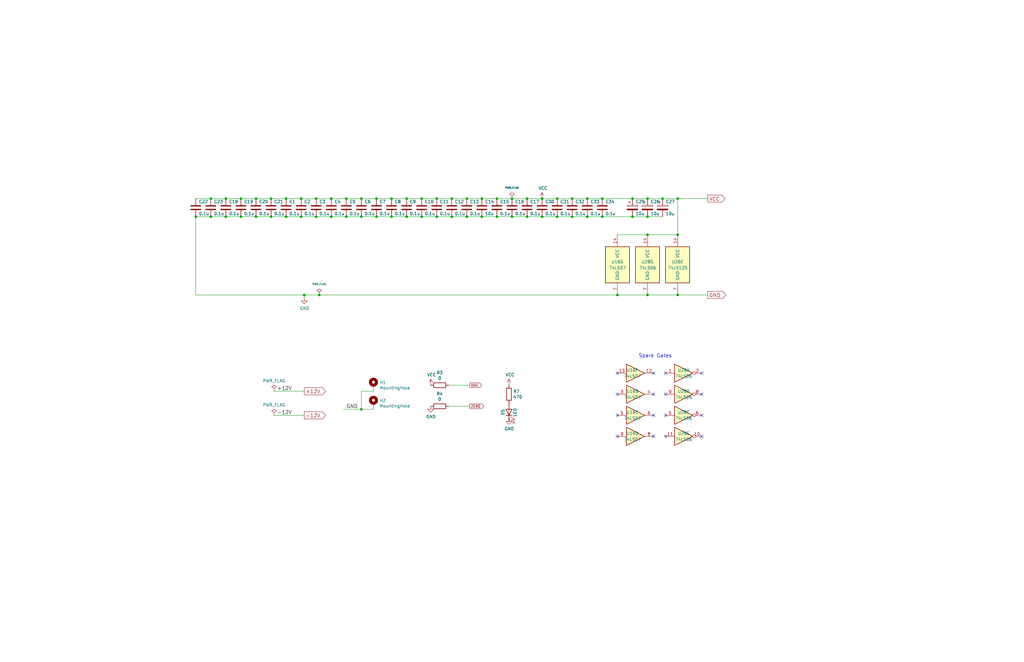
<source format=kicad_sch>
(kicad_sch (version 20211123) (generator eeschema)
  (paper "B")
  (lib_symbols
    (symbol "74xx:74LS06" (pin_names (offset 1.016))
      (property "Reference" "U" (at 0 1.27 0))
      (property "Value" "74LS06" (at 0 -1.27 0))
      (symbol "74LS06_1_0"
        (polyline (pts (xy -3.81 3.81) (xy -3.81 -3.81) (xy 3.81 0) (xy -3.81 3.81)) (stroke (width 0.254)) (fill (type background)))
        (pin input line (at -7.62 0 0) (length 3.81) (name "~") (number "1"))
        (pin open_collector inverted (at 7.62 0 180) (length 3.81) (name "~") (number "2"))
      )
      (symbol "74LS06_2_0"
        (polyline (pts (xy -3.81 3.81) (xy -3.81 -3.81) (xy 3.81 0) (xy -3.81 3.81)) (stroke (width 0.254)) (fill (type background)))
        (pin input line (at -7.62 0 0) (length 3.81) (name "~") (number "3"))
        (pin open_collector inverted (at 7.62 0 180) (length 3.81) (name "~") (number "4"))
      )
      (symbol "74LS06_3_0"
        (polyline (pts (xy -3.81 3.81) (xy -3.81 -3.81) (xy 3.81 0) (xy -3.81 3.81)) (stroke (width 0.254)) (fill (type background)))
        (pin input line (at -7.62 0 0) (length 3.81) (name "~") (number "5"))
        (pin open_collector inverted (at 7.62 0 180) (length 3.81) (name "~") (number "6"))
      )
      (symbol "74LS06_4_0"
        (polyline (pts (xy -3.81 3.81) (xy -3.81 -3.81) (xy 3.81 0) (xy -3.81 3.81)) (stroke (width 0.254)) (fill (type background)))
        (pin open_collector inverted (at 7.62 0 180) (length 3.81) (name "~") (number "8"))
        (pin input line (at -7.62 0 0) (length 3.81) (name "~") (number "9"))
      )
      (symbol "74LS06_5_0"
        (polyline (pts (xy -3.81 3.81) (xy -3.81 -3.81) (xy 3.81 0) (xy -3.81 3.81)) (stroke (width 0.254)) (fill (type background)))
        (pin open_collector inverted (at 7.62 0 180) (length 3.81) (name "~") (number "10"))
        (pin input line (at -7.62 0 0) (length 3.81) (name "~") (number "11"))
      )
      (symbol "74LS06_6_0"
        (polyline (pts (xy -3.81 3.81) (xy -3.81 -3.81) (xy 3.81 0) (xy -3.81 3.81)) (stroke (width 0.254)) (fill (type background)))
        (pin open_collector inverted (at 7.62 0 180) (length 3.81) (name "~") (number "12"))
        (pin input line (at -7.62 0 0) (length 3.81) (name "~") (number "13"))
      )
      (symbol "74LS06_7_0"
        (pin power_in line (at 0 12.7 270) (length 5.08) (name "VCC") (number "14"))
        (pin power_in line (at 0 -12.7 90) (length 5.08) (name "GND") (number "7"))
      )
      (symbol "74LS06_7_1"
        (rectangle (start -5.08 7.62) (end 5.08 -7.62) (stroke (width 0.254)) (fill (type background)))
      )
    )
    (symbol "74xx:74LS07" (pin_names (offset 1.016))
      (property "Reference" "U" (at 0 1.27 0))
      (property "Value" "74LS07" (at 0 -1.27 0))
      (symbol "74LS07_1_0"
        (polyline (pts (xy -3.81 3.81) (xy -3.81 -3.81) (xy 3.81 0) (xy -3.81 3.81)) (stroke (width 0.254)) (fill (type background)))
        (pin input line (at -7.62 0 0) (length 3.81) (name "~") (number "1"))
        (pin open_collector line (at 7.62 0 180) (length 3.81) (name "~") (number "2"))
      )
      (symbol "74LS07_2_0"
        (polyline (pts (xy -3.81 3.81) (xy -3.81 -3.81) (xy 3.81 0) (xy -3.81 3.81)) (stroke (width 0.254)) (fill (type background)))
        (pin input line (at -7.62 0 0) (length 3.81) (name "~") (number "3"))
        (pin open_collector line (at 7.62 0 180) (length 3.81) (name "~") (number "4"))
      )
      (symbol "74LS07_3_0"
        (polyline (pts (xy -3.81 3.81) (xy -3.81 -3.81) (xy 3.81 0) (xy -3.81 3.81)) (stroke (width 0.254)) (fill (type background)))
        (pin input line (at -7.62 0 0) (length 3.81) (name "~") (number "5"))
        (pin open_collector line (at 7.62 0 180) (length 3.81) (name "~") (number "6"))
      )
      (symbol "74LS07_4_0"
        (polyline (pts (xy -3.81 3.81) (xy -3.81 -3.81) (xy 3.81 0) (xy -3.81 3.81)) (stroke (width 0.254)) (fill (type background)))
        (pin open_collector line (at 7.62 0 180) (length 3.81) (name "~") (number "8"))
        (pin input line (at -7.62 0 0) (length 3.81) (name "~") (number "9"))
      )
      (symbol "74LS07_5_0"
        (polyline (pts (xy -3.81 3.81) (xy -3.81 -3.81) (xy 3.81 0) (xy -3.81 3.81)) (stroke (width 0.254)) (fill (type background)))
        (pin open_collector line (at 7.62 0 180) (length 3.81) (name "~") (number "10"))
        (pin input line (at -7.62 0 0) (length 3.81) (name "~") (number "11"))
      )
      (symbol "74LS07_6_0"
        (polyline (pts (xy -3.81 3.81) (xy -3.81 -3.81) (xy 3.81 0) (xy -3.81 3.81)) (stroke (width 0.254)) (fill (type background)))
        (pin open_collector line (at 7.62 0 180) (length 3.81) (name "~") (number "12"))
        (pin input line (at -7.62 0 0) (length 3.81) (name "~") (number "13"))
      )
      (symbol "74LS07_7_0"
        (pin power_in line (at 0 12.7 270) (length 5.08) (name "VCC") (number "14"))
        (pin power_in line (at 0 -12.7 90) (length 5.08) (name "GND") (number "7"))
      )
      (symbol "74LS07_7_1"
        (rectangle (start -5.08 7.62) (end 5.08 -7.62) (stroke (width 0.254)) (fill (type background)))
      )
    )
    (symbol "74xx:74LS125" (pin_names (offset 1.016))
      (property "Reference" "U" (at 0 1.27 0))
      (property "Value" "74LS125" (at 0 -1.27 0))
      (symbol "74LS125_1_0"
        (polyline (pts (xy -3.81 3.81) (xy -3.81 -3.81) (xy 3.81 0) (xy -3.81 3.81)) (stroke (width 0.254)) (fill (type background)))
        (pin input inverted (at 0 -6.35 90) (length 4.445) (name "~") (number "1"))
        (pin input line (at -7.62 0 0) (length 3.81) (name "~") (number "2"))
        (pin tri_state line (at 7.62 0 180) (length 3.81) (name "~") (number "3"))
      )
      (symbol "74LS125_2_0"
        (polyline (pts (xy -3.81 3.81) (xy -3.81 -3.81) (xy 3.81 0) (xy -3.81 3.81)) (stroke (width 0.254)) (fill (type background)))
        (pin input inverted (at 0 -6.35 90) (length 4.445) (name "~") (number "4"))
        (pin input line (at -7.62 0 0) (length 3.81) (name "~") (number "5"))
        (pin tri_state line (at 7.62 0 180) (length 3.81) (name "~") (number "6"))
      )
      (symbol "74LS125_3_0"
        (polyline (pts (xy -3.81 3.81) (xy -3.81 -3.81) (xy 3.81 0) (xy -3.81 3.81)) (stroke (width 0.254)) (fill (type background)))
        (pin input inverted (at 0 -6.35 90) (length 4.445) (name "~") (number "10"))
        (pin tri_state line (at 7.62 0 180) (length 3.81) (name "~") (number "8"))
        (pin input line (at -7.62 0 0) (length 3.81) (name "~") (number "9"))
      )
      (symbol "74LS125_4_0"
        (polyline (pts (xy -3.81 3.81) (xy -3.81 -3.81) (xy 3.81 0) (xy -3.81 3.81)) (stroke (width 0.254)) (fill (type background)))
        (pin tri_state line (at 7.62 0 180) (length 3.81) (name "~") (number "11"))
        (pin input line (at -7.62 0 0) (length 3.81) (name "~") (number "12"))
        (pin input inverted (at 0 -6.35 90) (length 4.445) (name "~") (number "13"))
      )
      (symbol "74LS125_5_0"
        (pin power_in line (at 0 12.7 270) (length 5.08) (name "VCC") (number "14"))
        (pin power_in line (at 0 -12.7 90) (length 5.08) (name "GND") (number "7"))
      )
      (symbol "74LS125_5_1"
        (rectangle (start -5.08 7.62) (end 5.08 -7.62) (stroke (width 0.254)) (fill (type background)))
      )
    )
    (symbol "Device:C" (pin_numbers hide) (pin_names (offset 0.254))
      (property "Reference" "C" (at 0.635 2.54 0))
      (property "Value" "C" (at 0.635 -2.54 0))
      (symbol "C_0_1"
        (polyline (pts (xy -2.032 -0.762) (xy 2.032 -0.762)) (stroke (width 0.508)))
        (polyline (pts (xy -2.032 0.762) (xy 2.032 0.762)) (stroke (width 0.508)))
      )
      (symbol "C_1_1"
        (pin passive line (at 0 3.81 270) (length 2.794) (name "~") (number "1"))
        (pin passive line (at 0 -3.81 90) (length 2.794) (name "~") (number "2"))
      )
    )
    (symbol "Device:C_Polarized" (pin_numbers hide) (pin_names (offset 0.254))
      (property "Reference" "C" (at 0.635 2.54 0))
      (property "Value" "C_Polarized" (at 0.635 -2.54 0))
      (symbol "C_Polarized_0_1"
        (rectangle (start -2.286 0.508) (end 2.286 1.016))
        (polyline (pts (xy -1.778 2.286) (xy -0.762 2.286)))
        (polyline (pts (xy -1.27 2.794) (xy -1.27 1.778)))
        (rectangle (start 2.286 -0.508) (end -2.286 -1.016) (fill (type outline)))
      )
      (symbol "C_Polarized_1_1"
        (pin passive line (at 0 3.81 270) (length 2.794) (name "~") (number "1"))
        (pin passive line (at 0 -3.81 90) (length 2.794) (name "~") (number "2"))
      )
    )
    (symbol "Device:LED" (pin_numbers hide) (pin_names (offset 1.016) hide)
      (property "Reference" "D" (at 0 2.54 0))
      (property "Value" "LED" (at 0 -2.54 0))
      (symbol "LED_0_1"
        (polyline (pts (xy -1.27 -1.27) (xy -1.27 1.27)) (stroke (width 0.254)))
        (polyline (pts (xy -1.27 0) (xy 1.27 0)))
        (polyline (pts (xy 1.27 -1.27) (xy 1.27 1.27) (xy -1.27 0) (xy 1.27 -1.27)) (stroke (width 0.254)))
        (polyline (pts (xy -3.048 -0.762) (xy -4.572 -2.286) (xy -3.81 -2.286) (xy -4.572 -2.286) (xy -4.572 -1.524)))
        (polyline (pts (xy -1.778 -0.762) (xy -3.302 -2.286) (xy -2.54 -2.286) (xy -3.302 -2.286) (xy -3.302 -1.524)))
      )
      (symbol "LED_1_1"
        (pin passive line (at -3.81 0 0) (length 2.54) (name "K") (number "1"))
        (pin passive line (at 3.81 0 180) (length 2.54) (name "A") (number "2"))
      )
    )
    (symbol "Device:R" (pin_numbers hide) (pin_names (offset 0))
      (property "Reference" "R" (at 2.032 0 90))
      (property "Value" "R" (at 0 0 90))
      (symbol "R_0_1"
        (rectangle (start -1.016 -2.54) (end 1.016 2.54) (stroke (width 0.254)))
      )
      (symbol "R_1_1"
        (pin passive line (at 0 3.81 270) (length 1.27) (name "~") (number "1"))
        (pin passive line (at 0 -3.81 90) (length 1.27) (name "~") (number "2"))
      )
    )
    (symbol "Mechanical:MountingHole_Pad" (pin_numbers hide) (pin_names (offset 1.016) hide)
      (property "Reference" "H" (at 0 6.35 0))
      (property "Value" "MountingHole_Pad" (at 0 4.445 0))
      (symbol "MountingHole_Pad_0_1"
        (circle (center 0 1.27) (radius 1.27) (stroke (width 1.27)))
      )
      (symbol "MountingHole_Pad_1_1"
        (pin input line (at 0 -2.54 90) (length 2.54) (name "1") (number "1"))
      )
    )
    (symbol "power:GND" (power) (pin_names (offset 0))
      (property "Value" "GND" (at 0 -3.81 0))
      (symbol "GND_0_1"
        (polyline (pts (xy 0 0) (xy 0 -1.27) (xy 1.27 -1.27) (xy 0 -2.54) (xy -1.27 -1.27) (xy 0 -1.27)))
      )
      (symbol "GND_1_1"
        (pin power_in line (at 0 0 270) (length 0) hide (name "GND") (number "1"))
      )
    )
    (symbol "power:PWR_FLAG" (power) (pin_numbers hide) (pin_names (offset 0) hide)
      (property "Value" "PWR_FLAG" (at 0 3.81 0))
      (symbol "PWR_FLAG_0_0"
        (pin power_out line (at 0 0 90) (length 0) (name "pwr") (number "1"))
      )
      (symbol "PWR_FLAG_0_1"
        (polyline (pts (xy 0 0) (xy 0 1.27) (xy -1.016 1.905) (xy 0 2.54) (xy 1.016 1.905) (xy 0 1.27)))
      )
    )
    (symbol "power:VCC" (power) (pin_names (offset 0))
      (property "Value" "VCC" (at 0 3.81 0))
      (symbol "VCC_0_1"
        (polyline (pts (xy -0.762 1.27) (xy 0 2.54)))
        (polyline (pts (xy 0 0) (xy 0 2.54)))
        (polyline (pts (xy 0 2.54) (xy 0.762 1.27)))
      )
      (symbol "VCC_1_1"
        (pin power_in line (at 0 0 90) (length 0) hide (name "VCC") (number "1"))
      )
    )
  )
  (junction (at 177.8 91.44))
  (junction (at 101.6 91.44))
  (junction (at 285.75 83.82))
  (junction (at 260.35 124.46))
  (junction (at 152.4 91.44))
  (junction (at 190.5 91.44))
  (junction (at 133.35 83.82))
  (junction (at 209.55 83.82))
  (junction (at 266.7 91.44))
  (junction (at 171.45 91.44))
  (junction (at 215.9 83.82))
  (junction (at 127 83.82))
  (junction (at 228.6 91.44))
  (junction (at 247.65 91.44))
  (junction (at 254 83.82))
  (junction (at 254 91.44))
  (junction (at 203.2 91.44))
  (junction (at 128.27 124.46))
  (junction (at 273.05 99.06))
  (junction (at 127 91.44))
  (junction (at 285.75 99.06))
  (junction (at 120.65 91.44))
  (junction (at 273.05 91.44))
  (junction (at 203.2 83.82))
  (junction (at 107.95 83.82))
  (junction (at 88.9 83.82))
  (junction (at 184.15 83.82))
  (junction (at 266.7 83.82))
  (junction (at 279.4 83.82))
  (junction (at 196.85 83.82))
  (junction (at 273.05 124.46))
  (junction (at 114.3 91.44))
  (junction (at 120.65 83.82))
  (junction (at 158.75 83.82))
  (junction (at 165.1 83.82))
  (junction (at 184.15 91.44))
  (junction (at 152.4 83.82))
  (junction (at 82.55 91.44))
  (junction (at 222.25 91.44))
  (junction (at 215.9 91.44))
  (junction (at 285.75 124.46))
  (junction (at 273.05 83.82))
  (junction (at 101.6 83.82))
  (junction (at 171.45 83.82))
  (junction (at 95.25 91.44))
  (junction (at 165.1 91.44))
  (junction (at 88.9 91.44))
  (junction (at 177.8 83.82))
  (junction (at 247.65 83.82))
  (junction (at 158.75 91.44))
  (junction (at 146.05 83.82))
  (junction (at 146.05 91.44))
  (junction (at 228.6 83.82))
  (junction (at 95.25 83.82))
  (junction (at 139.7 91.44))
  (junction (at 234.95 83.82))
  (junction (at 222.25 83.82))
  (junction (at 133.35 91.44))
  (junction (at 114.3 83.82))
  (junction (at 241.3 91.44))
  (junction (at 209.55 91.44))
  (junction (at 134.62 124.46))
  (junction (at 190.5 83.82))
  (junction (at 241.3 83.82))
  (junction (at 107.95 91.44))
  (junction (at 234.95 91.44))
  (junction (at 152.4 172.72))
  (junction (at 139.7 83.82))
  (junction (at 196.85 91.44))
  (no_connect (at 295.91 175.26))
  (no_connect (at 275.59 175.26))
  (no_connect (at 260.35 166.37))
  (no_connect (at 280.67 175.26))
  (no_connect (at 275.59 166.37))
  (no_connect (at 275.59 184.15))
  (no_connect (at 260.35 175.26))
  (no_connect (at 260.35 184.15))
  (no_connect (at 280.67 166.37))
  (no_connect (at 295.91 166.37))
  (no_connect (at 280.67 157.48))
  (no_connect (at 280.67 184.15))
  (no_connect (at 295.91 157.48))
  (no_connect (at 260.35 157.48))
  (no_connect (at 295.91 184.15))
  (no_connect (at 275.59 157.48))
  (wire (pts (xy 82.55 91.44) (xy 82.55 124.46)))
  (wire (pts (xy 95.25 91.44) (xy 101.6 91.44)))
  (wire (pts (xy 171.45 83.82) (xy 177.8 83.82)))
  (wire (pts (xy 157.48 165.1) (xy 152.4 165.1)))
  (wire (pts (xy 95.25 91.44) (xy 88.9 91.44)))
  (wire (pts (xy 120.65 83.82) (xy 127 83.82)))
  (wire (pts (xy 266.7 83.82) (xy 273.05 83.82)))
  (wire (pts (xy 234.95 91.44) (xy 241.3 91.44)))
  (wire (pts (xy 184.15 91.44) (xy 190.5 91.44)))
  (wire (pts (xy 107.95 83.82) (xy 101.6 83.82)))
  (wire (pts (xy 157.48 172.72) (xy 152.4 172.72)))
  (wire (pts (xy 189.23 171.45) (xy 198.12 171.45)))
  (wire (pts (xy 215.9 91.44) (xy 222.25 91.44)))
  (wire (pts (xy 285.75 99.06) (xy 285.75 83.82)))
  (wire (pts (xy 189.23 162.56) (xy 198.12 162.56)))
  (wire (pts (xy 107.95 91.44) (xy 114.3 91.44)))
  (wire (pts (xy 196.85 91.44) (xy 203.2 91.44)))
  (wire (pts (xy 128.27 124.46) (xy 128.27 125.73)))
  (wire (pts (xy 158.75 91.44) (xy 165.1 91.44)))
  (wire (pts (xy 82.55 83.82) (xy 88.9 83.82)))
  (wire (pts (xy 228.6 83.82) (xy 234.95 83.82)))
  (wire (pts (xy 241.3 83.82) (xy 247.65 83.82)))
  (wire (pts (xy 101.6 91.44) (xy 107.95 91.44)))
  (wire (pts (xy 171.45 91.44) (xy 177.8 91.44)))
  (wire (pts (xy 222.25 91.44) (xy 228.6 91.44)))
  (wire (pts (xy 209.55 83.82) (xy 215.9 83.82)))
  (wire (pts (xy 152.4 83.82) (xy 158.75 83.82)))
  (wire (pts (xy 165.1 83.82) (xy 171.45 83.82)))
  (wire (pts (xy 152.4 172.72) (xy 144.78 172.72)))
  (wire (pts (xy 120.65 83.82) (xy 114.3 83.82)))
  (wire (pts (xy 260.35 124.46) (xy 273.05 124.46)))
  (wire (pts (xy 184.15 83.82) (xy 190.5 83.82)))
  (wire (pts (xy 133.35 83.82) (xy 139.7 83.82)))
  (wire (pts (xy 190.5 83.82) (xy 196.85 83.82)))
  (wire (pts (xy 273.05 124.46) (xy 285.75 124.46)))
  (wire (pts (xy 152.4 165.1) (xy 152.4 172.72)))
  (wire (pts (xy 190.5 91.44) (xy 196.85 91.44)))
  (wire (pts (xy 222.25 83.82) (xy 228.6 83.82)))
  (wire (pts (xy 196.85 83.82) (xy 203.2 83.82)))
  (wire (pts (xy 146.05 83.82) (xy 152.4 83.82)))
  (wire (pts (xy 101.6 83.82) (xy 95.25 83.82)))
  (wire (pts (xy 266.7 91.44) (xy 273.05 91.44)))
  (wire (pts (xy 273.05 91.44) (xy 279.4 91.44)))
  (wire (pts (xy 127 91.44) (xy 133.35 91.44)))
  (wire (pts (xy 177.8 83.82) (xy 184.15 83.82)))
  (wire (pts (xy 88.9 91.44) (xy 82.55 91.44)))
  (wire (pts (xy 260.35 99.06) (xy 273.05 99.06)))
  (wire (pts (xy 203.2 91.44) (xy 209.55 91.44)))
  (wire (pts (xy 115.57 165.1) (xy 128.27 165.1)))
  (wire (pts (xy 234.95 83.82) (xy 241.3 83.82)))
  (wire (pts (xy 134.62 124.46) (xy 260.35 124.46)))
  (wire (pts (xy 139.7 83.82) (xy 146.05 83.82)))
  (wire (pts (xy 285.75 83.82) (xy 298.45 83.82)))
  (wire (pts (xy 177.8 91.44) (xy 184.15 91.44)))
  (wire (pts (xy 247.65 91.44) (xy 254 91.44)))
  (wire (pts (xy 254 91.44) (xy 266.7 91.44)))
  (wire (pts (xy 115.57 175.26) (xy 128.27 175.26)))
  (wire (pts (xy 146.05 91.44) (xy 152.4 91.44)))
  (wire (pts (xy 152.4 91.44) (xy 158.75 91.44)))
  (wire (pts (xy 88.9 83.82) (xy 95.25 83.82)))
  (wire (pts (xy 203.2 83.82) (xy 209.55 83.82)))
  (wire (pts (xy 228.6 91.44) (xy 234.95 91.44)))
  (wire (pts (xy 279.4 83.82) (xy 285.75 83.82)))
  (wire (pts (xy 82.55 124.46) (xy 128.27 124.46)))
  (wire (pts (xy 285.75 124.46) (xy 298.45 124.46)))
  (wire (pts (xy 215.9 83.82) (xy 222.25 83.82)))
  (wire (pts (xy 247.65 83.82) (xy 254 83.82)))
  (wire (pts (xy 120.65 91.44) (xy 127 91.44)))
  (wire (pts (xy 128.27 124.46) (xy 134.62 124.46)))
  (wire (pts (xy 127 83.82) (xy 133.35 83.82)))
  (wire (pts (xy 139.7 91.44) (xy 146.05 91.44)))
  (wire (pts (xy 165.1 91.44) (xy 171.45 91.44)))
  (wire (pts (xy 214.63 177.8) (xy 214.63 176.53)))
  (wire (pts (xy 133.35 91.44) (xy 139.7 91.44)))
  (wire (pts (xy 273.05 99.06) (xy 285.75 99.06)))
  (wire (pts (xy 114.3 91.44) (xy 120.65 91.44)))
  (wire (pts (xy 114.3 83.82) (xy 107.95 83.82)))
  (wire (pts (xy 273.05 83.82) (xy 279.4 83.82)))
  (wire (pts (xy 209.55 91.44) (xy 215.9 91.44)))
  (wire (pts (xy 158.75 83.82) (xy 165.1 83.82)))
  (wire (pts (xy 241.3 91.44) (xy 247.65 91.44)))
  (wire (pts (xy 254 83.82) (xy 266.7 83.82)))
  (text "Spare Gates" (at 269.24 151.13 0) (effects (font (size 1.524 1.524)) (justify left bottom)))
  (label "GND" (at 146.05 172.72 0) (effects (font (size 1.524 1.524))))
  (label "-12V" (at 116.84 175.26 0) (effects (font (size 1.524 1.524))))
  (label "+12V" (at 116.84 165.1 0) (effects (font (size 1.524 1.524))))
  (global_label "VCC" (shape output) (at 298.45 83.82 0) (effects (font (size 1.524 1.524))) (property "Intersheet References" "${INTERSHEET_REFS}" (effects hide)))
  (global_label "GND" (shape output) (at 298.45 124.46 0) (effects (font (size 1.524 1.524))) (property "Intersheet References" "${INTERSHEET_REFS}" (effects hide)))
  (global_label "ONE" (shape output) (at 198.12 162.56 0) (effects (font (size 1.016 1.016))) (property "Intersheet References" "${INTERSHEET_REFS}" (effects hide)))
  (global_label "ZERO" (shape output) (at 198.12 171.45 0) (effects (font (size 1.016 1.016))) (property "Intersheet References" "${INTERSHEET_REFS}" (effects hide)))
  (global_label "+12V" (shape output) (at 128.27 165.1 0) (effects (font (size 1.524 1.524))) (property "Intersheet References" "${INTERSHEET_REFS}" (effects hide)))
  (global_label "-12V" (shape output) (at 128.27 175.26 0) (effects (font (size 1.524 1.524))) (property "Intersheet References" "${INTERSHEET_REFS}" (effects hide)))
  (symbol (lib_id "Device:C") (at 139.7 87.63 0) (unit 1)
    (property "Reference" "C4" (at 140.97 85.09 0) (effects (justify left)))
    (property "Value" "0.1u" (at 140.97 90.17 0) (effects (justify left)))
    (property "Footprint" "Capacitor_THT:C_Disc_D5.0mm_W2.5mm_P5.00mm" (effects hide))
  )
  (symbol (lib_id "Device:C") (at 146.05 87.63 0) (unit 1)
    (property "Reference" "C5" (at 147.32 85.09 0) (effects (justify left)))
    (property "Value" "0.1u" (at 147.32 90.17 0) (effects (justify left)))
    (property "Footprint" "Capacitor_THT:C_Disc_D5.0mm_W2.5mm_P5.00mm" (effects hide))
  )
  (symbol (lib_id "74xx:74LS06") (at 288.29 157.48 0) (unit 1)
    (property "Reference" "U28" (at 288.29 156.21 0))
    (property "Value" "74LS06" (at 288.29 158.75 0))
    (property "Footprint" "Package_DIP:DIP-14_W7.62mm" (effects hide))
    (property "Datasheet" "http://www.ti.com/lit/gpn/sn74LS06" (effects hide))
  )
  (symbol (lib_id "74xx:74LS125") (at 285.75 111.76 0) (unit 5)
    (property "Reference" "U26" (at 285.75 110.49 0))
    (property "Value" "74LS125" (at 285.75 113.03 0))
    (property "Footprint" "Package_DIP:DIP-14_W7.62mm" (effects hide))
    (property "Datasheet" "http://www.ti.com/lit/gpn/sn74LS125" (effects hide))
  )
  (symbol (lib_id "Device:C") (at 165.1 87.63 0) (unit 1)
    (property "Reference" "C8" (at 166.37 85.09 0) (effects (justify left)))
    (property "Value" "0.1u" (at 166.37 90.17 0) (effects (justify left)))
    (property "Footprint" "Capacitor_THT:C_Disc_D5.0mm_W2.5mm_P5.00mm" (effects hide))
  )
  (symbol (lib_id "Device:C") (at 190.5 87.63 0) (unit 1)
    (property "Reference" "C12" (at 191.77 85.09 0) (effects (justify left)))
    (property "Value" "0.1u" (at 191.77 90.17 0) (effects (justify left)))
    (property "Footprint" "Capacitor_THT:C_Disc_D5.0mm_W2.5mm_P5.00mm" (effects hide))
  )
  (symbol (lib_id "power:VCC") (at 214.63 162.56 0) (unit 1)
    (property "Reference" "#PWR0101" (effects hide))
    (property "Value" "VCC" (at 215.011 158.1658 0))
  )
  (symbol (lib_id "power:GND") (at 214.63 176.53 0) (unit 1)
    (property "Reference" "#PWR0102" (effects hide))
    (property "Value" "GND" (at 214.757 180.9242 0))
  )
  (symbol (lib_id "74xx:74LS07") (at 267.97 166.37 0) (unit 2)
    (property "Reference" "U16" (at 266.7 165.1 0))
    (property "Value" "74LS07" (at 266.7 167.64 0))
    (property "Footprint" "Package_DIP:DIP-14_W7.62mm" (effects hide))
    (property "Datasheet" "www.ti.com/lit/ds/symlink/sn74ls07.pdf" (effects hide))
  )
  (symbol (lib_id "74xx:74LS07") (at 267.97 175.26 0) (unit 3)
    (property "Reference" "U16" (at 266.7 173.99 0))
    (property "Value" "74LS07" (at 266.7 176.53 0))
    (property "Footprint" "Package_DIP:DIP-14_W7.62mm" (effects hide))
    (property "Datasheet" "www.ti.com/lit/ds/symlink/sn74ls07.pdf" (effects hide))
  )
  (symbol (lib_id "74xx:74LS07") (at 267.97 184.15 0) (unit 4)
    (property "Reference" "U16" (at 266.7 182.88 0))
    (property "Value" "74LS07" (at 266.7 185.42 0))
    (property "Footprint" "Package_DIP:DIP-14_W7.62mm" (effects hide))
    (property "Datasheet" "www.ti.com/lit/ds/symlink/sn74ls07.pdf" (effects hide))
  )
  (symbol (lib_id "Device:C") (at 82.55 87.63 0) (unit 1)
    (property "Reference" "C22" (at 83.82 85.09 0) (effects (justify left)))
    (property "Value" "0.1u" (at 83.82 90.17 0) (effects (justify left)))
    (property "Footprint" "Capacitor_THT:C_Disc_D5.0mm_W2.5mm_P5.00mm" (effects hide))
  )
  (symbol (lib_id "Device:C") (at 88.9 87.63 0) (unit 1)
    (property "Reference" "C23" (at 90.17 85.09 0) (effects (justify left)))
    (property "Value" "0.1u" (at 90.17 90.17 0) (effects (justify left)))
    (property "Footprint" "Capacitor_THT:C_Disc_D5.0mm_W2.5mm_P5.00mm" (effects hide))
  )
  (symbol (lib_id "Device:C") (at 95.25 87.63 0) (unit 1)
    (property "Reference" "C18" (at 96.52 85.09 0) (effects (justify left)))
    (property "Value" "0.1u" (at 96.52 90.17 0) (effects (justify left)))
    (property "Footprint" "Capacitor_THT:C_Disc_D5.0mm_W2.5mm_P5.00mm" (effects hide))
  )
  (symbol (lib_id "Device:C") (at 101.6 87.63 0) (unit 1)
    (property "Reference" "C19" (at 102.87 85.09 0) (effects (justify left)))
    (property "Value" "0.1u" (at 102.87 90.17 0) (effects (justify left)))
    (property "Footprint" "Capacitor_THT:C_Disc_D5.0mm_W2.5mm_P5.00mm" (effects hide))
  )
  (symbol (lib_id "Device:C") (at 107.95 87.63 0) (unit 1)
    (property "Reference" "C20" (at 109.22 85.09 0) (effects (justify left)))
    (property "Value" "0.1u" (at 109.22 90.17 0) (effects (justify left)))
    (property "Footprint" "Capacitor_THT:C_Disc_D5.0mm_W2.5mm_P5.00mm" (effects hide))
  )
  (symbol (lib_id "Device:C") (at 114.3 87.63 0) (unit 1)
    (property "Reference" "C21" (at 115.57 85.09 0) (effects (justify left)))
    (property "Value" "0.1u" (at 115.57 90.17 0) (effects (justify left)))
    (property "Footprint" "Capacitor_THT:C_Disc_D5.0mm_W2.5mm_P5.00mm" (effects hide))
  )
  (symbol (lib_id "Device:C_Polarized") (at 266.7 87.63 0) (unit 1)
    (property "Reference" "C25" (at 267.97 85.09 0) (effects (justify left)))
    (property "Value" "10u" (at 267.97 90.17 0) (effects (justify left)))
    (property "Footprint" "Capacitor_THT:CP_Radial_D5.0mm_P2.50mm" (effects hide))
  )
  (symbol (lib_id "Device:LED") (at 214.63 173.99 90) (unit 1)
    (property "Reference" "D5" (at 212.09 173.99 0))
    (property "Value" "LED" (at 217.17 173.99 0))
    (property "Footprint" "LED_THT:LED_D3.0mm_Horizontal_O3.81mm_Z2.0mm" (effects hide))
  )
  (symbol (lib_id "Device:C") (at 209.55 87.63 0) (unit 1)
    (property "Reference" "C15" (at 210.82 85.09 0) (effects (justify left)))
    (property "Value" "0.1u" (at 210.82 90.17 0) (effects (justify left)))
    (property "Footprint" "Capacitor_THT:C_Disc_D5.0mm_W2.5mm_P5.00mm" (effects hide))
  )
  (symbol (lib_id "74xx:74LS06") (at 288.29 175.26 0) (unit 3)
    (property "Reference" "U28" (at 288.29 173.99 0))
    (property "Value" "74LS06" (at 288.29 176.53 0))
    (property "Footprint" "Package_DIP:DIP-14_W7.62mm" (effects hide))
    (property "Datasheet" "http://www.ti.com/lit/gpn/sn74LS06" (effects hide))
  )
  (symbol (lib_id "74xx:74LS06") (at 288.29 166.37 0) (unit 4)
    (property "Reference" "U28" (at 288.29 165.1 0))
    (property "Value" "74LS06" (at 288.29 167.64 0))
    (property "Footprint" "Package_DIP:DIP-14_W7.62mm" (effects hide))
    (property "Datasheet" "http://www.ti.com/lit/gpn/sn74LS06" (effects hide))
  )
  (symbol (lib_id "74xx:74LS06") (at 288.29 184.15 0) (unit 5)
    (property "Reference" "U28" (at 288.29 182.88 0))
    (property "Value" "74LS06" (at 288.29 185.42 0))
    (property "Footprint" "Package_DIP:DIP-14_W7.62mm" (effects hide))
    (property "Datasheet" "http://www.ti.com/lit/gpn/sn74LS06" (effects hide))
  )
  (symbol (lib_id "74xx:74LS06") (at 273.05 111.76 0) (unit 7)
    (property "Reference" "U28" (at 273.05 110.49 0))
    (property "Value" "74LS06" (at 273.05 113.03 0))
    (property "Footprint" "Package_DIP:DIP-14_W7.62mm" (effects hide))
    (property "Datasheet" "http://www.ti.com/lit/gpn/sn74LS06" (effects hide))
  )
  (symbol (lib_id "Device:C") (at 196.85 87.63 0) (unit 1)
    (property "Reference" "C13" (at 198.12 85.09 0) (effects (justify left)))
    (property "Value" "0.1u" (at 198.12 90.17 0) (effects (justify left)))
    (property "Footprint" "Capacitor_THT:C_Disc_D5.0mm_W2.5mm_P5.00mm" (effects hide))
  )
  (symbol (lib_id "power:PWR_FLAG") (at 115.57 165.1 0) (unit 1)
    (property "Reference" "#FLG04" (effects hide))
    (property "Value" "PWR_FLAG" (at 115.57 160.7058 0))
  )
  (symbol (lib_id "power:PWR_FLAG") (at 115.57 175.26 0) (unit 1)
    (property "Reference" "#FLG05" (effects hide))
    (property "Value" "PWR_FLAG" (at 115.57 170.8658 0))
  )
  (symbol (lib_id "power:VCC") (at 228.6 83.82 0) (unit 1)
    (property "Reference" "#PWR040" (effects hide))
    (property "Value" "VCC" (at 228.981 79.4258 0))
  )
  (symbol (lib_id "Mechanical:MountingHole_Pad") (at 157.48 170.18 0) (unit 1)
    (property "Reference" "H2" (at 160.02 169.0116 0) (effects (justify left)))
    (property "Value" "MountingHole" (at 160.02 171.323 0) (effects (justify left)))
    (property "Footprint" "MountingHole:MountingHole_3.2mm_M3_Pad" (effects hide))
  )
  (symbol (lib_id "Device:C") (at 228.6 87.63 0) (unit 1)
    (property "Reference" "C30" (at 229.87 85.09 0) (effects (justify left)))
    (property "Value" "0.1u" (at 229.87 90.17 0) (effects (justify left)))
    (property "Footprint" "Capacitor_THT:C_Disc_D5.0mm_W2.5mm_P5.00mm" (effects hide))
  )
  (symbol (lib_id "Device:C") (at 234.95 87.63 0) (unit 1)
    (property "Reference" "C31" (at 236.22 85.09 0) (effects (justify left)))
    (property "Value" "0.1u" (at 236.22 90.17 0) (effects (justify left)))
    (property "Footprint" "Capacitor_THT:C_Disc_D5.0mm_W2.5mm_P5.00mm" (effects hide))
  )
  (symbol (lib_id "Device:C") (at 254 87.63 0) (unit 1)
    (property "Reference" "C34" (at 255.27 85.09 0) (effects (justify left)))
    (property "Value" "0.1u" (at 255.27 90.17 0) (effects (justify left)))
    (property "Footprint" "Capacitor_THT:C_Disc_D5.0mm_W2.5mm_P5.00mm" (effects hide))
  )
  (symbol (lib_id "power:PWR_FLAG") (at 134.62 124.46 0) (unit 1)
    (property "Reference" "#FLG06" (effects hide))
    (property "Value" "PWR_FLAG" (at 134.62 119.888 0) (effects (font (size 0.762 0.762))))
  )
  (symbol (lib_id "Mechanical:MountingHole_Pad") (at 157.48 162.56 0) (unit 1)
    (property "Reference" "H1" (at 160.02 161.3916 0) (effects (justify left)))
    (property "Value" "MountingHole" (at 160.02 163.703 0) (effects (justify left)))
    (property "Footprint" "MountingHole:MountingHole_3.2mm_M3_Pad" (effects hide))
  )
  (symbol (lib_id "Device:C") (at 120.65 87.63 0) (unit 1)
    (property "Reference" "C1" (at 121.92 85.09 0) (effects (justify left)))
    (property "Value" "0.1u" (at 121.92 90.17 0) (effects (justify left)))
    (property "Footprint" "Capacitor_THT:C_Disc_D5.0mm_W2.5mm_P5.00mm" (effects hide))
  )
  (symbol (lib_id "Device:C") (at 177.8 87.63 0) (unit 1)
    (property "Reference" "C10" (at 179.07 85.09 0) (effects (justify left)))
    (property "Value" "0.1u" (at 179.07 90.17 0) (effects (justify left)))
    (property "Footprint" "Capacitor_THT:C_Disc_D5.0mm_W2.5mm_P5.00mm" (effects hide))
  )
  (symbol (lib_id "Device:C") (at 184.15 87.63 0) (unit 1)
    (property "Reference" "C11" (at 185.42 85.09 0) (effects (justify left)))
    (property "Value" "0.1u" (at 185.42 90.17 0) (effects (justify left)))
    (property "Footprint" "Capacitor_THT:C_Disc_D5.0mm_W2.5mm_P5.00mm" (effects hide))
  )
  (symbol (lib_id "power:GND") (at 128.27 125.73 0) (unit 1)
    (property "Reference" "#PWR042" (effects hide))
    (property "Value" "GND" (at 128.397 130.1242 0))
  )
  (symbol (lib_id "74xx:74LS07") (at 260.35 111.76 0) (unit 7)
    (property "Reference" "U16" (at 260.35 110.49 0))
    (property "Value" "74LS07" (at 260.35 113.03 0))
    (property "Footprint" "Package_DIP:DIP-14_W7.62mm" (effects hide))
    (property "Datasheet" "www.ti.com/lit/ds/symlink/sn74ls07.pdf" (effects hide))
  )
  (symbol (lib_id "Device:R") (at 214.63 166.37 0) (unit 1)
    (property "Reference" "R7" (at 216.408 165.2016 0) (effects (justify left)))
    (property "Value" "470" (at 216.408 167.513 0) (effects (justify left)))
    (property "Footprint" "Resistor_THT:R_Axial_DIN0207_L6.3mm_D2.5mm_P7.62mm_Horizontal" (effects hide))
  )
  (symbol (lib_id "Device:R") (at 185.42 171.45 270) (unit 1)
    (property "Reference" "R4" (at 185.42 166.1922 90))
    (property "Value" "0" (at 185.42 168.5036 90))
    (property "Footprint" "Resistor_THT:R_Axial_DIN0207_L6.3mm_D2.5mm_P7.62mm_Horizontal" (effects hide))
  )
  (symbol (lib_id "power:GND") (at 181.61 171.45 0) (unit 1)
    (property "Reference" "#PWR025" (effects hide))
    (property "Value" "GND" (at 181.737 175.8442 0))
  )
  (symbol (lib_id "Device:R") (at 185.42 162.56 270) (unit 1)
    (property "Reference" "R3" (at 185.42 157.3022 90))
    (property "Value" "0" (at 185.42 159.6136 90))
    (property "Footprint" "Resistor_THT:R_Axial_DIN0207_L6.3mm_D2.5mm_P7.62mm_Horizontal" (effects hide))
  )
  (symbol (lib_id "power:VCC") (at 181.61 162.56 0) (unit 1)
    (property "Reference" "#PWR010" (effects hide))
    (property "Value" "VCC" (at 181.991 158.1658 0))
  )
  (symbol (lib_id "Device:C") (at 241.3 87.63 0) (unit 1)
    (property "Reference" "C32" (at 242.57 85.09 0) (effects (justify left)))
    (property "Value" "0.1u" (at 242.57 90.17 0) (effects (justify left)))
    (property "Footprint" "Capacitor_THT:C_Disc_D5.0mm_W2.5mm_P5.00mm" (effects hide))
  )
  (symbol (lib_id "Device:C") (at 247.65 87.63 0) (unit 1)
    (property "Reference" "C33" (at 248.92 85.09 0) (effects (justify left)))
    (property "Value" "0.1u" (at 248.92 90.17 0) (effects (justify left)))
    (property "Footprint" "Capacitor_THT:C_Disc_D5.0mm_W2.5mm_P5.00mm" (effects hide))
  )
  (symbol (lib_id "power:PWR_FLAG") (at 215.9 83.82 0) (unit 1)
    (property "Reference" "#FLG03" (effects hide))
    (property "Value" "PWR_FLAG" (at 215.9 79.248 0) (effects (font (size 0.762 0.762))))
  )
  (symbol (lib_id "Device:C") (at 158.75 87.63 0) (unit 1)
    (property "Reference" "C7" (at 160.02 85.09 0) (effects (justify left)))
    (property "Value" "0.1u" (at 160.02 90.17 0) (effects (justify left)))
    (property "Footprint" "Capacitor_THT:C_Disc_D5.0mm_W2.5mm_P5.00mm" (effects hide))
  )
  (symbol (lib_id "Device:C") (at 203.2 87.63 0) (unit 1)
    (property "Reference" "C14" (at 204.47 85.09 0) (effects (justify left)))
    (property "Value" "10u" (at 204.47 90.17 0) (effects (justify left)))
    (property "Footprint" "Capacitor_THT:CP_Radial_D5.0mm_P2.50mm" (effects hide))
  )
  (symbol (lib_id "Device:C_Polarized") (at 273.05 87.63 0) (unit 1)
    (property "Reference" "C26" (at 274.32 85.09 0) (effects (justify left)))
    (property "Value" "10u" (at 274.32 90.17 0) (effects (justify left)))
    (property "Footprint" "Capacitor_THT:CP_Radial_D5.0mm_P2.50mm" (effects hide))
  )
  (symbol (lib_id "Device:C") (at 215.9 87.63 0) (unit 1)
    (property "Reference" "C16" (at 217.17 85.09 0) (effects (justify left)))
    (property "Value" "0.1u" (at 217.17 90.17 0) (effects (justify left)))
    (property "Footprint" "Capacitor_THT:C_Disc_D5.0mm_W2.5mm_P5.00mm" (effects hide))
  )
  (symbol (lib_id "Device:C") (at 222.25 87.63 0) (unit 1)
    (property "Reference" "C17" (at 223.52 85.09 0) (effects (justify left)))
    (property "Value" "0.1u" (at 223.52 90.17 0) (effects (justify left)))
    (property "Footprint" "Capacitor_THT:C_Disc_D5.0mm_W2.5mm_P5.00mm" (effects hide))
  )
  (symbol (lib_id "Device:C") (at 152.4 87.63 0) (unit 1)
    (property "Reference" "C6" (at 153.67 85.09 0) (effects (justify left)))
    (property "Value" "0.1u" (at 153.67 90.17 0) (effects (justify left)))
    (property "Footprint" "Capacitor_THT:C_Disc_D5.0mm_W2.5mm_P5.00mm" (effects hide))
  )
  (symbol (lib_id "Device:C") (at 171.45 87.63 0) (unit 1)
    (property "Reference" "C9" (at 172.72 85.09 0) (effects (justify left)))
    (property "Value" "0.1u" (at 172.72 90.17 0) (effects (justify left)))
    (property "Footprint" "Capacitor_THT:C_Disc_D5.0mm_W2.5mm_P5.00mm" (effects hide))
  )
  (symbol (lib_id "74xx:74LS07") (at 267.97 157.48 0) (unit 6)
    (property "Reference" "U16" (at 266.7 156.21 0))
    (property "Value" "74LS07" (at 266.7 158.75 0))
    (property "Footprint" "Package_DIP:DIP-14_W7.62mm" (effects hide))
    (property "Datasheet" "www.ti.com/lit/ds/symlink/sn74ls07.pdf" (effects hide))
  )
  (symbol (lib_id "Device:C_Polarized") (at 279.4 87.63 0) (unit 1)
    (property "Reference" "C27" (at 280.67 85.09 0) (effects (justify left)))
    (property "Value" "10u" (at 280.67 90.17 0) (effects (justify left)))
    (property "Footprint" "Capacitor_THT:CP_Radial_D5.0mm_P2.50mm" (effects hide))
  )
  (symbol (lib_id "Device:C") (at 127 87.63 0) (unit 1)
    (property "Reference" "C2" (at 128.27 85.09 0) (effects (justify left)))
    (property "Value" "0.1u" (at 128.27 90.17 0) (effects (justify left)))
    (property "Footprint" "Capacitor_THT:C_Disc_D5.0mm_W2.5mm_P5.00mm" (effects hide))
  )
  (symbol (lib_id "Device:C") (at 133.35 87.63 0) (unit 1)
    (property "Reference" "C3" (at 134.62 85.09 0) (effects (justify left)))
    (property "Value" "0.1u" (at 134.62 90.17 0) (effects (justify left)))
    (property "Footprint" "Capacitor_THT:C_Disc_D5.0mm_W2.5mm_P5.00mm" (effects hide))
  )
)
</source>
